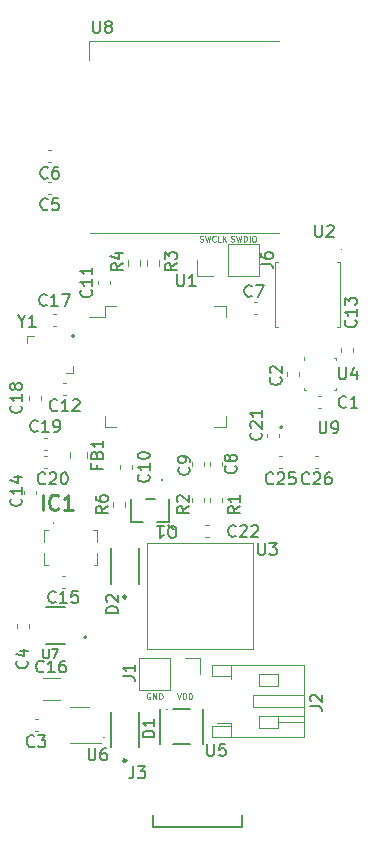
<source format=gbr>
%TF.GenerationSoftware,KiCad,Pcbnew,(6.0.8)*%
%TF.CreationDate,2023-05-05T23:38:08+01:00*%
%TF.ProjectId,circuit board design v1.0,63697263-7569-4742-9062-6f6172642064,rev?*%
%TF.SameCoordinates,Original*%
%TF.FileFunction,Legend,Top*%
%TF.FilePolarity,Positive*%
%FSLAX46Y46*%
G04 Gerber Fmt 4.6, Leading zero omitted, Abs format (unit mm)*
G04 Created by KiCad (PCBNEW (6.0.8)) date 2023-05-05 23:38:08*
%MOMM*%
%LPD*%
G01*
G04 APERTURE LIST*
%ADD10C,0.150000*%
%ADD11C,0.100000*%
%ADD12C,0.254000*%
%ADD13C,0.120000*%
%ADD14C,0.127000*%
%ADD15C,0.250000*%
%ADD16C,0.200000*%
%ADD17C,0.152400*%
%ADD18C,0.300000*%
G04 APERTURE END LIST*
D10*
%TO.C,J6*%
X41489380Y-45545333D02*
X42203666Y-45545333D01*
X42346523Y-45592952D01*
X42441761Y-45688190D01*
X42489380Y-45831047D01*
X42489380Y-45926285D01*
X41489380Y-44640571D02*
X41489380Y-44831047D01*
X41537000Y-44926285D01*
X41584619Y-44973904D01*
X41727476Y-45069142D01*
X41917952Y-45116761D01*
X42298904Y-45116761D01*
X42394142Y-45069142D01*
X42441761Y-45021523D01*
X42489380Y-44926285D01*
X42489380Y-44735809D01*
X42441761Y-44640571D01*
X42394142Y-44592952D01*
X42298904Y-44545333D01*
X42060809Y-44545333D01*
X41965571Y-44592952D01*
X41917952Y-44640571D01*
X41870333Y-44735809D01*
X41870333Y-44926285D01*
X41917952Y-45021523D01*
X41965571Y-45069142D01*
X42060809Y-45116761D01*
D11*
X38970476Y-43636380D02*
X39041904Y-43660190D01*
X39160952Y-43660190D01*
X39208571Y-43636380D01*
X39232380Y-43612571D01*
X39256190Y-43564952D01*
X39256190Y-43517333D01*
X39232380Y-43469714D01*
X39208571Y-43445904D01*
X39160952Y-43422095D01*
X39065714Y-43398285D01*
X39018095Y-43374476D01*
X38994285Y-43350666D01*
X38970476Y-43303047D01*
X38970476Y-43255428D01*
X38994285Y-43207809D01*
X39018095Y-43184000D01*
X39065714Y-43160190D01*
X39184761Y-43160190D01*
X39256190Y-43184000D01*
X39422857Y-43160190D02*
X39541904Y-43660190D01*
X39637142Y-43303047D01*
X39732380Y-43660190D01*
X39851428Y-43160190D01*
X40041904Y-43660190D02*
X40041904Y-43160190D01*
X40160952Y-43160190D01*
X40232380Y-43184000D01*
X40280000Y-43231619D01*
X40303809Y-43279238D01*
X40327619Y-43374476D01*
X40327619Y-43445904D01*
X40303809Y-43541142D01*
X40280000Y-43588761D01*
X40232380Y-43636380D01*
X40160952Y-43660190D01*
X40041904Y-43660190D01*
X40541904Y-43660190D02*
X40541904Y-43160190D01*
X40875238Y-43160190D02*
X40970476Y-43160190D01*
X41018095Y-43184000D01*
X41065714Y-43231619D01*
X41089523Y-43326857D01*
X41089523Y-43493523D01*
X41065714Y-43588761D01*
X41018095Y-43636380D01*
X40970476Y-43660190D01*
X40875238Y-43660190D01*
X40827619Y-43636380D01*
X40780000Y-43588761D01*
X40756190Y-43493523D01*
X40756190Y-43326857D01*
X40780000Y-43231619D01*
X40827619Y-43184000D01*
X40875238Y-43160190D01*
X36329047Y-43636380D02*
X36400476Y-43660190D01*
X36519523Y-43660190D01*
X36567142Y-43636380D01*
X36590952Y-43612571D01*
X36614761Y-43564952D01*
X36614761Y-43517333D01*
X36590952Y-43469714D01*
X36567142Y-43445904D01*
X36519523Y-43422095D01*
X36424285Y-43398285D01*
X36376666Y-43374476D01*
X36352857Y-43350666D01*
X36329047Y-43303047D01*
X36329047Y-43255428D01*
X36352857Y-43207809D01*
X36376666Y-43184000D01*
X36424285Y-43160190D01*
X36543333Y-43160190D01*
X36614761Y-43184000D01*
X36781428Y-43160190D02*
X36900476Y-43660190D01*
X36995714Y-43303047D01*
X37090952Y-43660190D01*
X37210000Y-43160190D01*
X37686190Y-43612571D02*
X37662380Y-43636380D01*
X37590952Y-43660190D01*
X37543333Y-43660190D01*
X37471904Y-43636380D01*
X37424285Y-43588761D01*
X37400476Y-43541142D01*
X37376666Y-43445904D01*
X37376666Y-43374476D01*
X37400476Y-43279238D01*
X37424285Y-43231619D01*
X37471904Y-43184000D01*
X37543333Y-43160190D01*
X37590952Y-43160190D01*
X37662380Y-43184000D01*
X37686190Y-43207809D01*
X38138571Y-43660190D02*
X37900476Y-43660190D01*
X37900476Y-43160190D01*
X38305238Y-43660190D02*
X38305238Y-43160190D01*
X38590952Y-43660190D02*
X38376666Y-43374476D01*
X38590952Y-43160190D02*
X38305238Y-43445904D01*
D10*
%TO.C,J1*%
X29805380Y-80470333D02*
X30519666Y-80470333D01*
X30662523Y-80517952D01*
X30757761Y-80613190D01*
X30805380Y-80756047D01*
X30805380Y-80851285D01*
X30805380Y-79470333D02*
X30805380Y-80041761D01*
X30805380Y-79756047D02*
X29805380Y-79756047D01*
X29948238Y-79851285D01*
X30043476Y-79946523D01*
X30091095Y-80041761D01*
D11*
X34385333Y-81895190D02*
X34552000Y-82395190D01*
X34718666Y-81895190D01*
X34885333Y-82395190D02*
X34885333Y-81895190D01*
X35004380Y-81895190D01*
X35075809Y-81919000D01*
X35123428Y-81966619D01*
X35147238Y-82014238D01*
X35171047Y-82109476D01*
X35171047Y-82180904D01*
X35147238Y-82276142D01*
X35123428Y-82323761D01*
X35075809Y-82371380D01*
X35004380Y-82395190D01*
X34885333Y-82395190D01*
X35385333Y-82395190D02*
X35385333Y-81895190D01*
X35504380Y-81895190D01*
X35575809Y-81919000D01*
X35623428Y-81966619D01*
X35647238Y-82014238D01*
X35671047Y-82109476D01*
X35671047Y-82180904D01*
X35647238Y-82276142D01*
X35623428Y-82323761D01*
X35575809Y-82371380D01*
X35504380Y-82395190D01*
X35385333Y-82395190D01*
X32131047Y-81919000D02*
X32083428Y-81895190D01*
X32012000Y-81895190D01*
X31940571Y-81919000D01*
X31892952Y-81966619D01*
X31869142Y-82014238D01*
X31845333Y-82109476D01*
X31845333Y-82180904D01*
X31869142Y-82276142D01*
X31892952Y-82323761D01*
X31940571Y-82371380D01*
X32012000Y-82395190D01*
X32059619Y-82395190D01*
X32131047Y-82371380D01*
X32154857Y-82347571D01*
X32154857Y-82180904D01*
X32059619Y-82180904D01*
X32369142Y-82395190D02*
X32369142Y-81895190D01*
X32654857Y-82395190D01*
X32654857Y-81895190D01*
X32892952Y-82395190D02*
X32892952Y-81895190D01*
X33012000Y-81895190D01*
X33083428Y-81919000D01*
X33131047Y-81966619D01*
X33154857Y-82014238D01*
X33178666Y-82109476D01*
X33178666Y-82180904D01*
X33154857Y-82276142D01*
X33131047Y-82323761D01*
X33083428Y-82371380D01*
X33012000Y-82395190D01*
X32892952Y-82395190D01*
D10*
%TO.C,J3*%
X30706666Y-88094487D02*
X30706666Y-88808773D01*
X30659047Y-88951630D01*
X30563809Y-89046868D01*
X30420952Y-89094487D01*
X30325714Y-89094487D01*
X31087619Y-88094487D02*
X31706666Y-88094487D01*
X31373333Y-88475440D01*
X31516190Y-88475440D01*
X31611428Y-88523059D01*
X31659047Y-88570678D01*
X31706666Y-88665916D01*
X31706666Y-88904011D01*
X31659047Y-88999249D01*
X31611428Y-89046868D01*
X31516190Y-89094487D01*
X31230476Y-89094487D01*
X31135238Y-89046868D01*
X31087619Y-88999249D01*
%TO.C,U2*%
X46101095Y-42251380D02*
X46101095Y-43060904D01*
X46148714Y-43156142D01*
X46196333Y-43203761D01*
X46291571Y-43251380D01*
X46482047Y-43251380D01*
X46577285Y-43203761D01*
X46624904Y-43156142D01*
X46672523Y-43060904D01*
X46672523Y-42251380D01*
X47101095Y-42346619D02*
X47148714Y-42299000D01*
X47243952Y-42251380D01*
X47482047Y-42251380D01*
X47577285Y-42299000D01*
X47624904Y-42346619D01*
X47672523Y-42441857D01*
X47672523Y-42537095D01*
X47624904Y-42679952D01*
X47053476Y-43251380D01*
X47672523Y-43251380D01*
%TO.C,D2*%
X29408380Y-75090785D02*
X28408380Y-75090785D01*
X28408380Y-74852690D01*
X28456000Y-74709833D01*
X28551238Y-74614595D01*
X28646476Y-74566976D01*
X28836952Y-74519357D01*
X28979809Y-74519357D01*
X29170285Y-74566976D01*
X29265523Y-74614595D01*
X29360761Y-74709833D01*
X29408380Y-74852690D01*
X29408380Y-75090785D01*
X28503619Y-74138404D02*
X28456000Y-74090785D01*
X28408380Y-73995547D01*
X28408380Y-73757452D01*
X28456000Y-73662214D01*
X28503619Y-73614595D01*
X28598857Y-73566976D01*
X28694095Y-73566976D01*
X28836952Y-73614595D01*
X29408380Y-74186023D01*
X29408380Y-73566976D01*
%TO.C,C20*%
X23233142Y-64111142D02*
X23185523Y-64158761D01*
X23042666Y-64206380D01*
X22947428Y-64206380D01*
X22804571Y-64158761D01*
X22709333Y-64063523D01*
X22661714Y-63968285D01*
X22614095Y-63777809D01*
X22614095Y-63634952D01*
X22661714Y-63444476D01*
X22709333Y-63349238D01*
X22804571Y-63254000D01*
X22947428Y-63206380D01*
X23042666Y-63206380D01*
X23185523Y-63254000D01*
X23233142Y-63301619D01*
X23614095Y-63301619D02*
X23661714Y-63254000D01*
X23756952Y-63206380D01*
X23995047Y-63206380D01*
X24090285Y-63254000D01*
X24137904Y-63301619D01*
X24185523Y-63396857D01*
X24185523Y-63492095D01*
X24137904Y-63634952D01*
X23566476Y-64206380D01*
X24185523Y-64206380D01*
X24804571Y-63206380D02*
X24899809Y-63206380D01*
X24995047Y-63254000D01*
X25042666Y-63301619D01*
X25090285Y-63396857D01*
X25137904Y-63587333D01*
X25137904Y-63825428D01*
X25090285Y-64015904D01*
X25042666Y-64111142D01*
X24995047Y-64158761D01*
X24899809Y-64206380D01*
X24804571Y-64206380D01*
X24709333Y-64158761D01*
X24661714Y-64111142D01*
X24614095Y-64015904D01*
X24566476Y-63825428D01*
X24566476Y-63587333D01*
X24614095Y-63396857D01*
X24661714Y-63301619D01*
X24709333Y-63254000D01*
X24804571Y-63206380D01*
%TO.C,C13*%
X49506142Y-50299857D02*
X49553761Y-50347476D01*
X49601380Y-50490333D01*
X49601380Y-50585571D01*
X49553761Y-50728428D01*
X49458523Y-50823666D01*
X49363285Y-50871285D01*
X49172809Y-50918904D01*
X49029952Y-50918904D01*
X48839476Y-50871285D01*
X48744238Y-50823666D01*
X48649000Y-50728428D01*
X48601380Y-50585571D01*
X48601380Y-50490333D01*
X48649000Y-50347476D01*
X48696619Y-50299857D01*
X49601380Y-49347476D02*
X49601380Y-49918904D01*
X49601380Y-49633190D02*
X48601380Y-49633190D01*
X48744238Y-49728428D01*
X48839476Y-49823666D01*
X48887095Y-49918904D01*
X48601380Y-49014142D02*
X48601380Y-48395095D01*
X48982333Y-48728428D01*
X48982333Y-48585571D01*
X49029952Y-48490333D01*
X49077571Y-48442714D01*
X49172809Y-48395095D01*
X49410904Y-48395095D01*
X49506142Y-48442714D01*
X49553761Y-48490333D01*
X49601380Y-48585571D01*
X49601380Y-48871285D01*
X49553761Y-48966523D01*
X49506142Y-49014142D01*
%TO.C,C17*%
X23360142Y-48998142D02*
X23312523Y-49045761D01*
X23169666Y-49093380D01*
X23074428Y-49093380D01*
X22931571Y-49045761D01*
X22836333Y-48950523D01*
X22788714Y-48855285D01*
X22741095Y-48664809D01*
X22741095Y-48521952D01*
X22788714Y-48331476D01*
X22836333Y-48236238D01*
X22931571Y-48141000D01*
X23074428Y-48093380D01*
X23169666Y-48093380D01*
X23312523Y-48141000D01*
X23360142Y-48188619D01*
X24312523Y-49093380D02*
X23741095Y-49093380D01*
X24026809Y-49093380D02*
X24026809Y-48093380D01*
X23931571Y-48236238D01*
X23836333Y-48331476D01*
X23741095Y-48379095D01*
X24645857Y-48093380D02*
X25312523Y-48093380D01*
X24883952Y-49093380D01*
%TO.C,C12*%
X24249142Y-57921142D02*
X24201523Y-57968761D01*
X24058666Y-58016380D01*
X23963428Y-58016380D01*
X23820571Y-57968761D01*
X23725333Y-57873523D01*
X23677714Y-57778285D01*
X23630095Y-57587809D01*
X23630095Y-57444952D01*
X23677714Y-57254476D01*
X23725333Y-57159238D01*
X23820571Y-57064000D01*
X23963428Y-57016380D01*
X24058666Y-57016380D01*
X24201523Y-57064000D01*
X24249142Y-57111619D01*
X25201523Y-58016380D02*
X24630095Y-58016380D01*
X24915809Y-58016380D02*
X24915809Y-57016380D01*
X24820571Y-57159238D01*
X24725333Y-57254476D01*
X24630095Y-57302095D01*
X25582476Y-57111619D02*
X25630095Y-57064000D01*
X25725333Y-57016380D01*
X25963428Y-57016380D01*
X26058666Y-57064000D01*
X26106285Y-57111619D01*
X26153904Y-57206857D01*
X26153904Y-57302095D01*
X26106285Y-57444952D01*
X25534857Y-58016380D01*
X26153904Y-58016380D01*
%TO.C,R4*%
X29789380Y-45505666D02*
X29313190Y-45839000D01*
X29789380Y-46077095D02*
X28789380Y-46077095D01*
X28789380Y-45696142D01*
X28837000Y-45600904D01*
X28884619Y-45553285D01*
X28979857Y-45505666D01*
X29122714Y-45505666D01*
X29217952Y-45553285D01*
X29265571Y-45600904D01*
X29313190Y-45696142D01*
X29313190Y-46077095D01*
X29122714Y-44648523D02*
X29789380Y-44648523D01*
X28741761Y-44886619D02*
X29456047Y-45124714D01*
X29456047Y-44505666D01*
%TO.C,J2*%
X45680380Y-83010333D02*
X46394666Y-83010333D01*
X46537523Y-83057952D01*
X46632761Y-83153190D01*
X46680380Y-83296047D01*
X46680380Y-83391285D01*
X45775619Y-82581761D02*
X45728000Y-82534142D01*
X45680380Y-82438904D01*
X45680380Y-82200809D01*
X45728000Y-82105571D01*
X45775619Y-82057952D01*
X45870857Y-82010333D01*
X45966095Y-82010333D01*
X46108952Y-82057952D01*
X46680380Y-82629380D01*
X46680380Y-82010333D01*
%TO.C,FB1*%
X27613571Y-62555333D02*
X27613571Y-62888666D01*
X28137380Y-62888666D02*
X27137380Y-62888666D01*
X27137380Y-62412476D01*
X27613571Y-61698190D02*
X27661190Y-61555333D01*
X27708809Y-61507714D01*
X27804047Y-61460095D01*
X27946904Y-61460095D01*
X28042142Y-61507714D01*
X28089761Y-61555333D01*
X28137380Y-61650571D01*
X28137380Y-62031523D01*
X27137380Y-62031523D01*
X27137380Y-61698190D01*
X27185000Y-61602952D01*
X27232619Y-61555333D01*
X27327857Y-61507714D01*
X27423095Y-61507714D01*
X27518333Y-61555333D01*
X27565952Y-61602952D01*
X27613571Y-61698190D01*
X27613571Y-62031523D01*
X28137380Y-60507714D02*
X28137380Y-61079142D01*
X28137380Y-60793428D02*
X27137380Y-60793428D01*
X27280238Y-60888666D01*
X27375476Y-60983904D01*
X27423095Y-61079142D01*
%TO.C,U8*%
X27305095Y-24979380D02*
X27305095Y-25788904D01*
X27352714Y-25884142D01*
X27400333Y-25931761D01*
X27495571Y-25979380D01*
X27686047Y-25979380D01*
X27781285Y-25931761D01*
X27828904Y-25884142D01*
X27876523Y-25788904D01*
X27876523Y-24979380D01*
X28495571Y-25407952D02*
X28400333Y-25360333D01*
X28352714Y-25312714D01*
X28305095Y-25217476D01*
X28305095Y-25169857D01*
X28352714Y-25074619D01*
X28400333Y-25027000D01*
X28495571Y-24979380D01*
X28686047Y-24979380D01*
X28781285Y-25027000D01*
X28828904Y-25074619D01*
X28876523Y-25169857D01*
X28876523Y-25217476D01*
X28828904Y-25312714D01*
X28781285Y-25360333D01*
X28686047Y-25407952D01*
X28495571Y-25407952D01*
X28400333Y-25455571D01*
X28352714Y-25503190D01*
X28305095Y-25598428D01*
X28305095Y-25788904D01*
X28352714Y-25884142D01*
X28400333Y-25931761D01*
X28495571Y-25979380D01*
X28686047Y-25979380D01*
X28781285Y-25931761D01*
X28828904Y-25884142D01*
X28876523Y-25788904D01*
X28876523Y-25598428D01*
X28828904Y-25503190D01*
X28781285Y-25455571D01*
X28686047Y-25407952D01*
%TO.C,R3*%
X34361380Y-45505666D02*
X33885190Y-45839000D01*
X34361380Y-46077095D02*
X33361380Y-46077095D01*
X33361380Y-45696142D01*
X33409000Y-45600904D01*
X33456619Y-45553285D01*
X33551857Y-45505666D01*
X33694714Y-45505666D01*
X33789952Y-45553285D01*
X33837571Y-45600904D01*
X33885190Y-45696142D01*
X33885190Y-46077095D01*
X33361380Y-45172333D02*
X33361380Y-44553285D01*
X33742333Y-44886619D01*
X33742333Y-44743761D01*
X33789952Y-44648523D01*
X33837571Y-44600904D01*
X33932809Y-44553285D01*
X34170904Y-44553285D01*
X34266142Y-44600904D01*
X34313761Y-44648523D01*
X34361380Y-44743761D01*
X34361380Y-45029476D01*
X34313761Y-45124714D01*
X34266142Y-45172333D01*
%TO.C,C6*%
X23455333Y-38236142D02*
X23407714Y-38283761D01*
X23264857Y-38331380D01*
X23169619Y-38331380D01*
X23026761Y-38283761D01*
X22931523Y-38188523D01*
X22883904Y-38093285D01*
X22836285Y-37902809D01*
X22836285Y-37759952D01*
X22883904Y-37569476D01*
X22931523Y-37474238D01*
X23026761Y-37379000D01*
X23169619Y-37331380D01*
X23264857Y-37331380D01*
X23407714Y-37379000D01*
X23455333Y-37426619D01*
X24312476Y-37331380D02*
X24122000Y-37331380D01*
X24026761Y-37379000D01*
X23979142Y-37426619D01*
X23883904Y-37569476D01*
X23836285Y-37759952D01*
X23836285Y-38140904D01*
X23883904Y-38236142D01*
X23931523Y-38283761D01*
X24026761Y-38331380D01*
X24217238Y-38331380D01*
X24312476Y-38283761D01*
X24360095Y-38236142D01*
X24407714Y-38140904D01*
X24407714Y-37902809D01*
X24360095Y-37807571D01*
X24312476Y-37759952D01*
X24217238Y-37712333D01*
X24026761Y-37712333D01*
X23931523Y-37759952D01*
X23883904Y-37807571D01*
X23836285Y-37902809D01*
%TO.C,C10*%
X31980142Y-63380857D02*
X32027761Y-63428476D01*
X32075380Y-63571333D01*
X32075380Y-63666571D01*
X32027761Y-63809428D01*
X31932523Y-63904666D01*
X31837285Y-63952285D01*
X31646809Y-63999904D01*
X31503952Y-63999904D01*
X31313476Y-63952285D01*
X31218238Y-63904666D01*
X31123000Y-63809428D01*
X31075380Y-63666571D01*
X31075380Y-63571333D01*
X31123000Y-63428476D01*
X31170619Y-63380857D01*
X32075380Y-62428476D02*
X32075380Y-62999904D01*
X32075380Y-62714190D02*
X31075380Y-62714190D01*
X31218238Y-62809428D01*
X31313476Y-62904666D01*
X31361095Y-62999904D01*
X31075380Y-61809428D02*
X31075380Y-61714190D01*
X31123000Y-61618952D01*
X31170619Y-61571333D01*
X31265857Y-61523714D01*
X31456333Y-61476095D01*
X31694428Y-61476095D01*
X31884904Y-61523714D01*
X31980142Y-61571333D01*
X32027761Y-61618952D01*
X32075380Y-61714190D01*
X32075380Y-61809428D01*
X32027761Y-61904666D01*
X31980142Y-61952285D01*
X31884904Y-61999904D01*
X31694428Y-62047523D01*
X31456333Y-62047523D01*
X31265857Y-61999904D01*
X31170619Y-61952285D01*
X31123000Y-61904666D01*
X31075380Y-61809428D01*
%TO.C,R1*%
X39695380Y-66079666D02*
X39219190Y-66413000D01*
X39695380Y-66651095D02*
X38695380Y-66651095D01*
X38695380Y-66270142D01*
X38743000Y-66174904D01*
X38790619Y-66127285D01*
X38885857Y-66079666D01*
X39028714Y-66079666D01*
X39123952Y-66127285D01*
X39171571Y-66174904D01*
X39219190Y-66270142D01*
X39219190Y-66651095D01*
X39695380Y-65127285D02*
X39695380Y-65698714D01*
X39695380Y-65413000D02*
X38695380Y-65413000D01*
X38838238Y-65508238D01*
X38933476Y-65603476D01*
X38981095Y-65698714D01*
%TO.C,C26*%
X45585142Y-64111142D02*
X45537523Y-64158761D01*
X45394666Y-64206380D01*
X45299428Y-64206380D01*
X45156571Y-64158761D01*
X45061333Y-64063523D01*
X45013714Y-63968285D01*
X44966095Y-63777809D01*
X44966095Y-63634952D01*
X45013714Y-63444476D01*
X45061333Y-63349238D01*
X45156571Y-63254000D01*
X45299428Y-63206380D01*
X45394666Y-63206380D01*
X45537523Y-63254000D01*
X45585142Y-63301619D01*
X45966095Y-63301619D02*
X46013714Y-63254000D01*
X46108952Y-63206380D01*
X46347047Y-63206380D01*
X46442285Y-63254000D01*
X46489904Y-63301619D01*
X46537523Y-63396857D01*
X46537523Y-63492095D01*
X46489904Y-63634952D01*
X45918476Y-64206380D01*
X46537523Y-64206380D01*
X47394666Y-63206380D02*
X47204190Y-63206380D01*
X47108952Y-63254000D01*
X47061333Y-63301619D01*
X46966095Y-63444476D01*
X46918476Y-63634952D01*
X46918476Y-64015904D01*
X46966095Y-64111142D01*
X47013714Y-64158761D01*
X47108952Y-64206380D01*
X47299428Y-64206380D01*
X47394666Y-64158761D01*
X47442285Y-64111142D01*
X47489904Y-64015904D01*
X47489904Y-63777809D01*
X47442285Y-63682571D01*
X47394666Y-63634952D01*
X47299428Y-63587333D01*
X47108952Y-63587333D01*
X47013714Y-63634952D01*
X46966095Y-63682571D01*
X46918476Y-63777809D01*
%TO.C,C14*%
X21185142Y-65412857D02*
X21232761Y-65460476D01*
X21280380Y-65603333D01*
X21280380Y-65698571D01*
X21232761Y-65841428D01*
X21137523Y-65936666D01*
X21042285Y-65984285D01*
X20851809Y-66031904D01*
X20708952Y-66031904D01*
X20518476Y-65984285D01*
X20423238Y-65936666D01*
X20328000Y-65841428D01*
X20280380Y-65698571D01*
X20280380Y-65603333D01*
X20328000Y-65460476D01*
X20375619Y-65412857D01*
X21280380Y-64460476D02*
X21280380Y-65031904D01*
X21280380Y-64746190D02*
X20280380Y-64746190D01*
X20423238Y-64841428D01*
X20518476Y-64936666D01*
X20566095Y-65031904D01*
X20613714Y-63603333D02*
X21280380Y-63603333D01*
X20232761Y-63841428D02*
X20947047Y-64079523D01*
X20947047Y-63460476D01*
%TO.C,C21*%
X41485142Y-59824857D02*
X41532761Y-59872476D01*
X41580380Y-60015333D01*
X41580380Y-60110571D01*
X41532761Y-60253428D01*
X41437523Y-60348666D01*
X41342285Y-60396285D01*
X41151809Y-60443904D01*
X41008952Y-60443904D01*
X40818476Y-60396285D01*
X40723238Y-60348666D01*
X40628000Y-60253428D01*
X40580380Y-60110571D01*
X40580380Y-60015333D01*
X40628000Y-59872476D01*
X40675619Y-59824857D01*
X40675619Y-59443904D02*
X40628000Y-59396285D01*
X40580380Y-59301047D01*
X40580380Y-59062952D01*
X40628000Y-58967714D01*
X40675619Y-58920095D01*
X40770857Y-58872476D01*
X40866095Y-58872476D01*
X41008952Y-58920095D01*
X41580380Y-59491523D01*
X41580380Y-58872476D01*
X41580380Y-57920095D02*
X41580380Y-58491523D01*
X41580380Y-58205809D02*
X40580380Y-58205809D01*
X40723238Y-58301047D01*
X40818476Y-58396285D01*
X40866095Y-58491523D01*
D12*
%TO.C,IC1*%
X23017238Y-66360523D02*
X23017238Y-65090523D01*
X24347714Y-66239571D02*
X24287238Y-66300047D01*
X24105809Y-66360523D01*
X23984857Y-66360523D01*
X23803428Y-66300047D01*
X23682476Y-66179095D01*
X23622000Y-66058142D01*
X23561523Y-65816238D01*
X23561523Y-65634809D01*
X23622000Y-65392904D01*
X23682476Y-65271952D01*
X23803428Y-65151000D01*
X23984857Y-65090523D01*
X24105809Y-65090523D01*
X24287238Y-65151000D01*
X24347714Y-65211476D01*
X25557238Y-66360523D02*
X24831523Y-66360523D01*
X25194380Y-66360523D02*
X25194380Y-65090523D01*
X25073428Y-65271952D01*
X24952476Y-65392904D01*
X24831523Y-65453380D01*
D10*
%TO.C,C4*%
X21693142Y-79160666D02*
X21740761Y-79208285D01*
X21788380Y-79351142D01*
X21788380Y-79446380D01*
X21740761Y-79589238D01*
X21645523Y-79684476D01*
X21550285Y-79732095D01*
X21359809Y-79779714D01*
X21216952Y-79779714D01*
X21026476Y-79732095D01*
X20931238Y-79684476D01*
X20836000Y-79589238D01*
X20788380Y-79446380D01*
X20788380Y-79351142D01*
X20836000Y-79208285D01*
X20883619Y-79160666D01*
X21121714Y-78303523D02*
X21788380Y-78303523D01*
X20740761Y-78541619D02*
X21455047Y-78779714D01*
X21455047Y-78160666D01*
%TO.C,U9*%
X46482095Y-58888380D02*
X46482095Y-59697904D01*
X46529714Y-59793142D01*
X46577333Y-59840761D01*
X46672571Y-59888380D01*
X46863047Y-59888380D01*
X46958285Y-59840761D01*
X47005904Y-59793142D01*
X47053523Y-59697904D01*
X47053523Y-58888380D01*
X47577333Y-59888380D02*
X47767809Y-59888380D01*
X47863047Y-59840761D01*
X47910666Y-59793142D01*
X48005904Y-59650285D01*
X48053523Y-59459809D01*
X48053523Y-59078857D01*
X48005904Y-58983619D01*
X47958285Y-58936000D01*
X47863047Y-58888380D01*
X47672571Y-58888380D01*
X47577333Y-58936000D01*
X47529714Y-58983619D01*
X47482095Y-59078857D01*
X47482095Y-59316952D01*
X47529714Y-59412190D01*
X47577333Y-59459809D01*
X47672571Y-59507428D01*
X47863047Y-59507428D01*
X47958285Y-59459809D01*
X48005904Y-59412190D01*
X48053523Y-59316952D01*
%TO.C,C1*%
X48728333Y-57634142D02*
X48680714Y-57681761D01*
X48537857Y-57729380D01*
X48442619Y-57729380D01*
X48299761Y-57681761D01*
X48204523Y-57586523D01*
X48156904Y-57491285D01*
X48109285Y-57300809D01*
X48109285Y-57157952D01*
X48156904Y-56967476D01*
X48204523Y-56872238D01*
X48299761Y-56777000D01*
X48442619Y-56729380D01*
X48537857Y-56729380D01*
X48680714Y-56777000D01*
X48728333Y-56824619D01*
X49680714Y-57729380D02*
X49109285Y-57729380D01*
X49395000Y-57729380D02*
X49395000Y-56729380D01*
X49299761Y-56872238D01*
X49204523Y-56967476D01*
X49109285Y-57015095D01*
%TO.C,Q1*%
X33623238Y-67651380D02*
X33718476Y-67699000D01*
X33813714Y-67794238D01*
X33956571Y-67937095D01*
X34051809Y-67984714D01*
X34147047Y-67984714D01*
X34099428Y-67746619D02*
X34194666Y-67794238D01*
X34289904Y-67889476D01*
X34337523Y-68079952D01*
X34337523Y-68413285D01*
X34289904Y-68603761D01*
X34194666Y-68699000D01*
X34099428Y-68746619D01*
X33908952Y-68746619D01*
X33813714Y-68699000D01*
X33718476Y-68603761D01*
X33670857Y-68413285D01*
X33670857Y-68079952D01*
X33718476Y-67889476D01*
X33813714Y-67794238D01*
X33908952Y-67746619D01*
X34099428Y-67746619D01*
X32718476Y-67746619D02*
X33289904Y-67746619D01*
X33004190Y-67746619D02*
X33004190Y-68746619D01*
X33099428Y-68603761D01*
X33194666Y-68508523D01*
X33289904Y-68460904D01*
%TO.C,U7*%
X23085074Y-78168803D02*
X23085074Y-78806224D01*
X23122570Y-78881215D01*
X23160065Y-78918710D01*
X23235056Y-78956205D01*
X23385037Y-78956205D01*
X23460028Y-78918710D01*
X23497523Y-78881215D01*
X23535018Y-78806224D01*
X23535018Y-78168803D01*
X23834981Y-78168803D02*
X24359916Y-78168803D01*
X24022458Y-78956205D01*
%TO.C,C9*%
X35409142Y-62777666D02*
X35456761Y-62825285D01*
X35504380Y-62968142D01*
X35504380Y-63063380D01*
X35456761Y-63206238D01*
X35361523Y-63301476D01*
X35266285Y-63349095D01*
X35075809Y-63396714D01*
X34932952Y-63396714D01*
X34742476Y-63349095D01*
X34647238Y-63301476D01*
X34552000Y-63206238D01*
X34504380Y-63063380D01*
X34504380Y-62968142D01*
X34552000Y-62825285D01*
X34599619Y-62777666D01*
X35504380Y-62301476D02*
X35504380Y-62111000D01*
X35456761Y-62015761D01*
X35409142Y-61968142D01*
X35266285Y-61872904D01*
X35075809Y-61825285D01*
X34694857Y-61825285D01*
X34599619Y-61872904D01*
X34552000Y-61920523D01*
X34504380Y-62015761D01*
X34504380Y-62206238D01*
X34552000Y-62301476D01*
X34599619Y-62349095D01*
X34694857Y-62396714D01*
X34932952Y-62396714D01*
X35028190Y-62349095D01*
X35075809Y-62301476D01*
X35123428Y-62206238D01*
X35123428Y-62015761D01*
X35075809Y-61920523D01*
X35028190Y-61872904D01*
X34932952Y-61825285D01*
%TO.C,Y1*%
X21240809Y-50395190D02*
X21240809Y-50871380D01*
X20907476Y-49871380D02*
X21240809Y-50395190D01*
X21574142Y-49871380D01*
X22431285Y-50871380D02*
X21859857Y-50871380D01*
X22145571Y-50871380D02*
X22145571Y-49871380D01*
X22050333Y-50014238D01*
X21955095Y-50109476D01*
X21859857Y-50157095D01*
%TO.C,U3*%
X41275095Y-69175380D02*
X41275095Y-69984904D01*
X41322714Y-70080142D01*
X41370333Y-70127761D01*
X41465571Y-70175380D01*
X41656047Y-70175380D01*
X41751285Y-70127761D01*
X41798904Y-70080142D01*
X41846523Y-69984904D01*
X41846523Y-69175380D01*
X42227476Y-69175380D02*
X42846523Y-69175380D01*
X42513190Y-69556333D01*
X42656047Y-69556333D01*
X42751285Y-69603952D01*
X42798904Y-69651571D01*
X42846523Y-69746809D01*
X42846523Y-69984904D01*
X42798904Y-70080142D01*
X42751285Y-70127761D01*
X42656047Y-70175380D01*
X42370333Y-70175380D01*
X42275095Y-70127761D01*
X42227476Y-70080142D01*
%TO.C,C25*%
X42537142Y-64111142D02*
X42489523Y-64158761D01*
X42346666Y-64206380D01*
X42251428Y-64206380D01*
X42108571Y-64158761D01*
X42013333Y-64063523D01*
X41965714Y-63968285D01*
X41918095Y-63777809D01*
X41918095Y-63634952D01*
X41965714Y-63444476D01*
X42013333Y-63349238D01*
X42108571Y-63254000D01*
X42251428Y-63206380D01*
X42346666Y-63206380D01*
X42489523Y-63254000D01*
X42537142Y-63301619D01*
X42918095Y-63301619D02*
X42965714Y-63254000D01*
X43060952Y-63206380D01*
X43299047Y-63206380D01*
X43394285Y-63254000D01*
X43441904Y-63301619D01*
X43489523Y-63396857D01*
X43489523Y-63492095D01*
X43441904Y-63634952D01*
X42870476Y-64206380D01*
X43489523Y-64206380D01*
X44394285Y-63206380D02*
X43918095Y-63206380D01*
X43870476Y-63682571D01*
X43918095Y-63634952D01*
X44013333Y-63587333D01*
X44251428Y-63587333D01*
X44346666Y-63634952D01*
X44394285Y-63682571D01*
X44441904Y-63777809D01*
X44441904Y-64015904D01*
X44394285Y-64111142D01*
X44346666Y-64158761D01*
X44251428Y-64206380D01*
X44013333Y-64206380D01*
X43918095Y-64158761D01*
X43870476Y-64111142D01*
%TO.C,U5*%
X36957095Y-86193380D02*
X36957095Y-87002904D01*
X37004714Y-87098142D01*
X37052333Y-87145761D01*
X37147571Y-87193380D01*
X37338047Y-87193380D01*
X37433285Y-87145761D01*
X37480904Y-87098142D01*
X37528523Y-87002904D01*
X37528523Y-86193380D01*
X38480904Y-86193380D02*
X38004714Y-86193380D01*
X37957095Y-86669571D01*
X38004714Y-86621952D01*
X38099952Y-86574333D01*
X38338047Y-86574333D01*
X38433285Y-86621952D01*
X38480904Y-86669571D01*
X38528523Y-86764809D01*
X38528523Y-87002904D01*
X38480904Y-87098142D01*
X38433285Y-87145761D01*
X38338047Y-87193380D01*
X38099952Y-87193380D01*
X38004714Y-87145761D01*
X37957095Y-87098142D01*
%TO.C,C3*%
X22312333Y-86369142D02*
X22264714Y-86416761D01*
X22121857Y-86464380D01*
X22026619Y-86464380D01*
X21883761Y-86416761D01*
X21788523Y-86321523D01*
X21740904Y-86226285D01*
X21693285Y-86035809D01*
X21693285Y-85892952D01*
X21740904Y-85702476D01*
X21788523Y-85607238D01*
X21883761Y-85512000D01*
X22026619Y-85464380D01*
X22121857Y-85464380D01*
X22264714Y-85512000D01*
X22312333Y-85559619D01*
X22645666Y-85464380D02*
X23264714Y-85464380D01*
X22931380Y-85845333D01*
X23074238Y-85845333D01*
X23169476Y-85892952D01*
X23217095Y-85940571D01*
X23264714Y-86035809D01*
X23264714Y-86273904D01*
X23217095Y-86369142D01*
X23169476Y-86416761D01*
X23074238Y-86464380D01*
X22788523Y-86464380D01*
X22693285Y-86416761D01*
X22645666Y-86369142D01*
%TO.C,C19*%
X22598142Y-59666142D02*
X22550523Y-59713761D01*
X22407666Y-59761380D01*
X22312428Y-59761380D01*
X22169571Y-59713761D01*
X22074333Y-59618523D01*
X22026714Y-59523285D01*
X21979095Y-59332809D01*
X21979095Y-59189952D01*
X22026714Y-58999476D01*
X22074333Y-58904238D01*
X22169571Y-58809000D01*
X22312428Y-58761380D01*
X22407666Y-58761380D01*
X22550523Y-58809000D01*
X22598142Y-58856619D01*
X23550523Y-59761380D02*
X22979095Y-59761380D01*
X23264809Y-59761380D02*
X23264809Y-58761380D01*
X23169571Y-58904238D01*
X23074333Y-58999476D01*
X22979095Y-59047095D01*
X24026714Y-59761380D02*
X24217190Y-59761380D01*
X24312428Y-59713761D01*
X24360047Y-59666142D01*
X24455285Y-59523285D01*
X24502904Y-59332809D01*
X24502904Y-58951857D01*
X24455285Y-58856619D01*
X24407666Y-58809000D01*
X24312428Y-58761380D01*
X24121952Y-58761380D01*
X24026714Y-58809000D01*
X23979095Y-58856619D01*
X23931476Y-58951857D01*
X23931476Y-59189952D01*
X23979095Y-59285190D01*
X24026714Y-59332809D01*
X24121952Y-59380428D01*
X24312428Y-59380428D01*
X24407666Y-59332809D01*
X24455285Y-59285190D01*
X24502904Y-59189952D01*
%TO.C,D1*%
X32489380Y-85631785D02*
X31489380Y-85631785D01*
X31489380Y-85393690D01*
X31537000Y-85250833D01*
X31632238Y-85155595D01*
X31727476Y-85107976D01*
X31917952Y-85060357D01*
X32060809Y-85060357D01*
X32251285Y-85107976D01*
X32346523Y-85155595D01*
X32441761Y-85250833D01*
X32489380Y-85393690D01*
X32489380Y-85631785D01*
X32489380Y-84107976D02*
X32489380Y-84679404D01*
X32489380Y-84393690D02*
X31489380Y-84393690D01*
X31632238Y-84488928D01*
X31727476Y-84584166D01*
X31775095Y-84679404D01*
%TO.C,U4*%
X48133095Y-54316380D02*
X48133095Y-55125904D01*
X48180714Y-55221142D01*
X48228333Y-55268761D01*
X48323571Y-55316380D01*
X48514047Y-55316380D01*
X48609285Y-55268761D01*
X48656904Y-55221142D01*
X48704523Y-55125904D01*
X48704523Y-54316380D01*
X49609285Y-54649714D02*
X49609285Y-55316380D01*
X49371190Y-54268761D02*
X49133095Y-54983047D01*
X49752142Y-54983047D01*
%TO.C,C8*%
X39346142Y-62650666D02*
X39393761Y-62698285D01*
X39441380Y-62841142D01*
X39441380Y-62936380D01*
X39393761Y-63079238D01*
X39298523Y-63174476D01*
X39203285Y-63222095D01*
X39012809Y-63269714D01*
X38869952Y-63269714D01*
X38679476Y-63222095D01*
X38584238Y-63174476D01*
X38489000Y-63079238D01*
X38441380Y-62936380D01*
X38441380Y-62841142D01*
X38489000Y-62698285D01*
X38536619Y-62650666D01*
X38869952Y-62079238D02*
X38822333Y-62174476D01*
X38774714Y-62222095D01*
X38679476Y-62269714D01*
X38631857Y-62269714D01*
X38536619Y-62222095D01*
X38489000Y-62174476D01*
X38441380Y-62079238D01*
X38441380Y-61888761D01*
X38489000Y-61793523D01*
X38536619Y-61745904D01*
X38631857Y-61698285D01*
X38679476Y-61698285D01*
X38774714Y-61745904D01*
X38822333Y-61793523D01*
X38869952Y-61888761D01*
X38869952Y-62079238D01*
X38917571Y-62174476D01*
X38965190Y-62222095D01*
X39060428Y-62269714D01*
X39250904Y-62269714D01*
X39346142Y-62222095D01*
X39393761Y-62174476D01*
X39441380Y-62079238D01*
X39441380Y-61888761D01*
X39393761Y-61793523D01*
X39346142Y-61745904D01*
X39250904Y-61698285D01*
X39060428Y-61698285D01*
X38965190Y-61745904D01*
X38917571Y-61793523D01*
X38869952Y-61888761D01*
%TO.C,C16*%
X23106142Y-80041142D02*
X23058523Y-80088761D01*
X22915666Y-80136380D01*
X22820428Y-80136380D01*
X22677571Y-80088761D01*
X22582333Y-79993523D01*
X22534714Y-79898285D01*
X22487095Y-79707809D01*
X22487095Y-79564952D01*
X22534714Y-79374476D01*
X22582333Y-79279238D01*
X22677571Y-79184000D01*
X22820428Y-79136380D01*
X22915666Y-79136380D01*
X23058523Y-79184000D01*
X23106142Y-79231619D01*
X24058523Y-80136380D02*
X23487095Y-80136380D01*
X23772809Y-80136380D02*
X23772809Y-79136380D01*
X23677571Y-79279238D01*
X23582333Y-79374476D01*
X23487095Y-79422095D01*
X24915666Y-79136380D02*
X24725190Y-79136380D01*
X24629952Y-79184000D01*
X24582333Y-79231619D01*
X24487095Y-79374476D01*
X24439476Y-79564952D01*
X24439476Y-79945904D01*
X24487095Y-80041142D01*
X24534714Y-80088761D01*
X24629952Y-80136380D01*
X24820428Y-80136380D01*
X24915666Y-80088761D01*
X24963285Y-80041142D01*
X25010904Y-79945904D01*
X25010904Y-79707809D01*
X24963285Y-79612571D01*
X24915666Y-79564952D01*
X24820428Y-79517333D01*
X24629952Y-79517333D01*
X24534714Y-79564952D01*
X24487095Y-79612571D01*
X24439476Y-79707809D01*
%TO.C,C7*%
X40727333Y-48236142D02*
X40679714Y-48283761D01*
X40536857Y-48331380D01*
X40441619Y-48331380D01*
X40298761Y-48283761D01*
X40203523Y-48188523D01*
X40155904Y-48093285D01*
X40108285Y-47902809D01*
X40108285Y-47759952D01*
X40155904Y-47569476D01*
X40203523Y-47474238D01*
X40298761Y-47379000D01*
X40441619Y-47331380D01*
X40536857Y-47331380D01*
X40679714Y-47379000D01*
X40727333Y-47426619D01*
X41060666Y-47331380D02*
X41727333Y-47331380D01*
X41298761Y-48331380D01*
%TO.C,C15*%
X24122142Y-74144142D02*
X24074523Y-74191761D01*
X23931666Y-74239380D01*
X23836428Y-74239380D01*
X23693571Y-74191761D01*
X23598333Y-74096523D01*
X23550714Y-74001285D01*
X23503095Y-73810809D01*
X23503095Y-73667952D01*
X23550714Y-73477476D01*
X23598333Y-73382238D01*
X23693571Y-73287000D01*
X23836428Y-73239380D01*
X23931666Y-73239380D01*
X24074523Y-73287000D01*
X24122142Y-73334619D01*
X25074523Y-74239380D02*
X24503095Y-74239380D01*
X24788809Y-74239380D02*
X24788809Y-73239380D01*
X24693571Y-73382238D01*
X24598333Y-73477476D01*
X24503095Y-73525095D01*
X25979285Y-73239380D02*
X25503095Y-73239380D01*
X25455476Y-73715571D01*
X25503095Y-73667952D01*
X25598333Y-73620333D01*
X25836428Y-73620333D01*
X25931666Y-73667952D01*
X25979285Y-73715571D01*
X26026904Y-73810809D01*
X26026904Y-74048904D01*
X25979285Y-74144142D01*
X25931666Y-74191761D01*
X25836428Y-74239380D01*
X25598333Y-74239380D01*
X25503095Y-74191761D01*
X25455476Y-74144142D01*
%TO.C,R6*%
X28519380Y-66079666D02*
X28043190Y-66413000D01*
X28519380Y-66651095D02*
X27519380Y-66651095D01*
X27519380Y-66270142D01*
X27567000Y-66174904D01*
X27614619Y-66127285D01*
X27709857Y-66079666D01*
X27852714Y-66079666D01*
X27947952Y-66127285D01*
X27995571Y-66174904D01*
X28043190Y-66270142D01*
X28043190Y-66651095D01*
X27519380Y-65222523D02*
X27519380Y-65413000D01*
X27567000Y-65508238D01*
X27614619Y-65555857D01*
X27757476Y-65651095D01*
X27947952Y-65698714D01*
X28328904Y-65698714D01*
X28424142Y-65651095D01*
X28471761Y-65603476D01*
X28519380Y-65508238D01*
X28519380Y-65317761D01*
X28471761Y-65222523D01*
X28424142Y-65174904D01*
X28328904Y-65127285D01*
X28090809Y-65127285D01*
X27995571Y-65174904D01*
X27947952Y-65222523D01*
X27900333Y-65317761D01*
X27900333Y-65508238D01*
X27947952Y-65603476D01*
X27995571Y-65651095D01*
X28090809Y-65698714D01*
%TO.C,U6*%
X26924095Y-86574380D02*
X26924095Y-87383904D01*
X26971714Y-87479142D01*
X27019333Y-87526761D01*
X27114571Y-87574380D01*
X27305047Y-87574380D01*
X27400285Y-87526761D01*
X27447904Y-87479142D01*
X27495523Y-87383904D01*
X27495523Y-86574380D01*
X28400285Y-86574380D02*
X28209809Y-86574380D01*
X28114571Y-86622000D01*
X28066952Y-86669619D01*
X27971714Y-86812476D01*
X27924095Y-87002952D01*
X27924095Y-87383904D01*
X27971714Y-87479142D01*
X28019333Y-87526761D01*
X28114571Y-87574380D01*
X28305047Y-87574380D01*
X28400285Y-87526761D01*
X28447904Y-87479142D01*
X28495523Y-87383904D01*
X28495523Y-87145809D01*
X28447904Y-87050571D01*
X28400285Y-87002952D01*
X28305047Y-86955333D01*
X28114571Y-86955333D01*
X28019333Y-87002952D01*
X27971714Y-87050571D01*
X27924095Y-87145809D01*
%TO.C,C22*%
X39362142Y-68556142D02*
X39314523Y-68603761D01*
X39171666Y-68651380D01*
X39076428Y-68651380D01*
X38933571Y-68603761D01*
X38838333Y-68508523D01*
X38790714Y-68413285D01*
X38743095Y-68222809D01*
X38743095Y-68079952D01*
X38790714Y-67889476D01*
X38838333Y-67794238D01*
X38933571Y-67699000D01*
X39076428Y-67651380D01*
X39171666Y-67651380D01*
X39314523Y-67699000D01*
X39362142Y-67746619D01*
X39743095Y-67746619D02*
X39790714Y-67699000D01*
X39885952Y-67651380D01*
X40124047Y-67651380D01*
X40219285Y-67699000D01*
X40266904Y-67746619D01*
X40314523Y-67841857D01*
X40314523Y-67937095D01*
X40266904Y-68079952D01*
X39695476Y-68651380D01*
X40314523Y-68651380D01*
X40695476Y-67746619D02*
X40743095Y-67699000D01*
X40838333Y-67651380D01*
X41076428Y-67651380D01*
X41171666Y-67699000D01*
X41219285Y-67746619D01*
X41266904Y-67841857D01*
X41266904Y-67937095D01*
X41219285Y-68079952D01*
X40647857Y-68651380D01*
X41266904Y-68651380D01*
%TO.C,C18*%
X21185142Y-57538857D02*
X21232761Y-57586476D01*
X21280380Y-57729333D01*
X21280380Y-57824571D01*
X21232761Y-57967428D01*
X21137523Y-58062666D01*
X21042285Y-58110285D01*
X20851809Y-58157904D01*
X20708952Y-58157904D01*
X20518476Y-58110285D01*
X20423238Y-58062666D01*
X20328000Y-57967428D01*
X20280380Y-57824571D01*
X20280380Y-57729333D01*
X20328000Y-57586476D01*
X20375619Y-57538857D01*
X21280380Y-56586476D02*
X21280380Y-57157904D01*
X21280380Y-56872190D02*
X20280380Y-56872190D01*
X20423238Y-56967428D01*
X20518476Y-57062666D01*
X20566095Y-57157904D01*
X20708952Y-56015047D02*
X20661333Y-56110285D01*
X20613714Y-56157904D01*
X20518476Y-56205523D01*
X20470857Y-56205523D01*
X20375619Y-56157904D01*
X20328000Y-56110285D01*
X20280380Y-56015047D01*
X20280380Y-55824571D01*
X20328000Y-55729333D01*
X20375619Y-55681714D01*
X20470857Y-55634095D01*
X20518476Y-55634095D01*
X20613714Y-55681714D01*
X20661333Y-55729333D01*
X20708952Y-55824571D01*
X20708952Y-56015047D01*
X20756571Y-56110285D01*
X20804190Y-56157904D01*
X20899428Y-56205523D01*
X21089904Y-56205523D01*
X21185142Y-56157904D01*
X21232761Y-56110285D01*
X21280380Y-56015047D01*
X21280380Y-55824571D01*
X21232761Y-55729333D01*
X21185142Y-55681714D01*
X21089904Y-55634095D01*
X20899428Y-55634095D01*
X20804190Y-55681714D01*
X20756571Y-55729333D01*
X20708952Y-55824571D01*
%TO.C,C2*%
X43156142Y-55157666D02*
X43203761Y-55205285D01*
X43251380Y-55348142D01*
X43251380Y-55443380D01*
X43203761Y-55586238D01*
X43108523Y-55681476D01*
X43013285Y-55729095D01*
X42822809Y-55776714D01*
X42679952Y-55776714D01*
X42489476Y-55729095D01*
X42394238Y-55681476D01*
X42299000Y-55586238D01*
X42251380Y-55443380D01*
X42251380Y-55348142D01*
X42299000Y-55205285D01*
X42346619Y-55157666D01*
X42346619Y-54776714D02*
X42299000Y-54729095D01*
X42251380Y-54633857D01*
X42251380Y-54395761D01*
X42299000Y-54300523D01*
X42346619Y-54252904D01*
X42441857Y-54205285D01*
X42537095Y-54205285D01*
X42679952Y-54252904D01*
X43251380Y-54824333D01*
X43251380Y-54205285D01*
%TO.C,R2*%
X35377380Y-66079666D02*
X34901190Y-66413000D01*
X35377380Y-66651095D02*
X34377380Y-66651095D01*
X34377380Y-66270142D01*
X34425000Y-66174904D01*
X34472619Y-66127285D01*
X34567857Y-66079666D01*
X34710714Y-66079666D01*
X34805952Y-66127285D01*
X34853571Y-66174904D01*
X34901190Y-66270142D01*
X34901190Y-66651095D01*
X34472619Y-65698714D02*
X34425000Y-65651095D01*
X34377380Y-65555857D01*
X34377380Y-65317761D01*
X34425000Y-65222523D01*
X34472619Y-65174904D01*
X34567857Y-65127285D01*
X34663095Y-65127285D01*
X34805952Y-65174904D01*
X35377380Y-65746333D01*
X35377380Y-65127285D01*
%TO.C,U1*%
X34417095Y-46442380D02*
X34417095Y-47251904D01*
X34464714Y-47347142D01*
X34512333Y-47394761D01*
X34607571Y-47442380D01*
X34798047Y-47442380D01*
X34893285Y-47394761D01*
X34940904Y-47347142D01*
X34988523Y-47251904D01*
X34988523Y-46442380D01*
X35988523Y-47442380D02*
X35417095Y-47442380D01*
X35702809Y-47442380D02*
X35702809Y-46442380D01*
X35607571Y-46585238D01*
X35512333Y-46680476D01*
X35417095Y-46728095D01*
%TO.C,C11*%
X27121142Y-47759857D02*
X27168761Y-47807476D01*
X27216380Y-47950333D01*
X27216380Y-48045571D01*
X27168761Y-48188428D01*
X27073523Y-48283666D01*
X26978285Y-48331285D01*
X26787809Y-48378904D01*
X26644952Y-48378904D01*
X26454476Y-48331285D01*
X26359238Y-48283666D01*
X26264000Y-48188428D01*
X26216380Y-48045571D01*
X26216380Y-47950333D01*
X26264000Y-47807476D01*
X26311619Y-47759857D01*
X27216380Y-46807476D02*
X27216380Y-47378904D01*
X27216380Y-47093190D02*
X26216380Y-47093190D01*
X26359238Y-47188428D01*
X26454476Y-47283666D01*
X26502095Y-47378904D01*
X27216380Y-45855095D02*
X27216380Y-46426523D01*
X27216380Y-46140809D02*
X26216380Y-46140809D01*
X26359238Y-46236047D01*
X26454476Y-46331285D01*
X26502095Y-46426523D01*
%TO.C,C5*%
X23455333Y-40903142D02*
X23407714Y-40950761D01*
X23264857Y-40998380D01*
X23169619Y-40998380D01*
X23026761Y-40950761D01*
X22931523Y-40855523D01*
X22883904Y-40760285D01*
X22836285Y-40569809D01*
X22836285Y-40426952D01*
X22883904Y-40236476D01*
X22931523Y-40141238D01*
X23026761Y-40046000D01*
X23169619Y-39998380D01*
X23264857Y-39998380D01*
X23407714Y-40046000D01*
X23455333Y-40093619D01*
X24360095Y-39998380D02*
X23883904Y-39998380D01*
X23836285Y-40474571D01*
X23883904Y-40426952D01*
X23979142Y-40379333D01*
X24217238Y-40379333D01*
X24312476Y-40426952D01*
X24360095Y-40474571D01*
X24407714Y-40569809D01*
X24407714Y-40807904D01*
X24360095Y-40903142D01*
X24312476Y-40950761D01*
X24217238Y-40998380D01*
X23979142Y-40998380D01*
X23883904Y-40950761D01*
X23836285Y-40903142D01*
D13*
%TO.C,J6*%
X41330000Y-46542000D02*
X41330000Y-43882000D01*
X38730000Y-46542000D02*
X41330000Y-46542000D01*
X37460000Y-46542000D02*
X36130000Y-46542000D01*
X38730000Y-46542000D02*
X38730000Y-43882000D01*
X36130000Y-46542000D02*
X36130000Y-45212000D01*
X38730000Y-43882000D02*
X41330000Y-43882000D01*
%TO.C,J1*%
X33787000Y-78934000D02*
X31187000Y-78934000D01*
X33787000Y-81594000D02*
X31187000Y-81594000D01*
X33787000Y-78934000D02*
X33787000Y-81594000D01*
X31187000Y-78934000D02*
X31187000Y-81594000D01*
X35057000Y-78934000D02*
X36387000Y-78934000D01*
X36387000Y-78934000D02*
X36387000Y-80264000D01*
D14*
%TO.C,J3*%
X32370000Y-92228000D02*
X32370000Y-93228000D01*
X32370000Y-93228000D02*
X39870000Y-93228000D01*
X39870000Y-92228000D02*
X39870000Y-93228000D01*
D13*
%TO.C,U2*%
X48234600Y-50901600D02*
X48234600Y-45364400D01*
X42697400Y-45364400D02*
X42697400Y-50901600D01*
X47947686Y-50901600D02*
X48234600Y-50901600D01*
X42984314Y-45364400D02*
X42697400Y-45364400D01*
X48234600Y-45364400D02*
X47947686Y-45364400D01*
X42697400Y-50901600D02*
X42984314Y-50901600D01*
X48327745Y-44345540D02*
G75*
G03*
X48327745Y-44345540I-53624J0D01*
G01*
D10*
%TO.C,D2*%
X28797000Y-69620000D02*
X28797000Y-72620000D01*
X31147000Y-72620000D02*
X31147000Y-69620000D01*
D15*
X30097000Y-73745000D02*
G75*
G03*
X30097000Y-73745000I-125000J0D01*
G01*
D13*
%TO.C,C20*%
X23381580Y-61847000D02*
X23100420Y-61847000D01*
X23381580Y-62867000D02*
X23100420Y-62867000D01*
%TO.C,C13*%
X49278000Y-52691420D02*
X49278000Y-52972580D01*
X48258000Y-52691420D02*
X48258000Y-52972580D01*
%TO.C,C17*%
X24143580Y-49782000D02*
X23862420Y-49782000D01*
X24143580Y-50802000D02*
X23862420Y-50802000D01*
%TO.C,C12*%
X25032580Y-56644000D02*
X24751420Y-56644000D01*
X25032580Y-55624000D02*
X24751420Y-55624000D01*
%TO.C,R4*%
X31256500Y-45703258D02*
X31256500Y-45228742D01*
X30211500Y-45703258D02*
X30211500Y-45228742D01*
%TO.C,J2*%
X37365000Y-84706000D02*
X37365000Y-85626000D01*
X38965000Y-85626000D02*
X38965000Y-84706000D01*
X41325000Y-83866000D02*
X41325000Y-84866000D01*
X42925000Y-80266000D02*
X42925000Y-81266000D01*
X42925000Y-84366000D02*
X45185000Y-84366000D01*
X38965000Y-84426000D02*
X37750000Y-84426000D01*
X40825000Y-83066000D02*
X40825000Y-82066000D01*
X37365000Y-79506000D02*
X37365000Y-80426000D01*
X42925000Y-83866000D02*
X45185000Y-83866000D01*
X38965000Y-80426000D02*
X38965000Y-80706000D01*
X45185000Y-85626000D02*
X45185000Y-79506000D01*
X41325000Y-80266000D02*
X42925000Y-80266000D01*
X45185000Y-83066000D02*
X40825000Y-83066000D01*
X37365000Y-85626000D02*
X45185000Y-85626000D01*
X45185000Y-79506000D02*
X37365000Y-79506000D01*
X38965000Y-79506000D02*
X38965000Y-80426000D01*
X38965000Y-84706000D02*
X37365000Y-84706000D01*
X42925000Y-81266000D02*
X41325000Y-81266000D01*
X42925000Y-84866000D02*
X42925000Y-83866000D01*
X38965000Y-84426000D02*
X38965000Y-84706000D01*
X41325000Y-81266000D02*
X41325000Y-80266000D01*
X40825000Y-82066000D02*
X45185000Y-82066000D01*
X41325000Y-84866000D02*
X42925000Y-84866000D01*
X42925000Y-83866000D02*
X41325000Y-83866000D01*
X37365000Y-80426000D02*
X38965000Y-80426000D01*
%TO.C,FB1*%
X25300000Y-61494936D02*
X25300000Y-61949064D01*
X26770000Y-61494936D02*
X26770000Y-61949064D01*
%TO.C,U8*%
X43052000Y-42908000D02*
X27052000Y-42908000D01*
X26942000Y-26688000D02*
X26942000Y-28298000D01*
X43052000Y-26688000D02*
X26942000Y-26688000D01*
%TO.C,R3*%
X31862500Y-45703258D02*
X31862500Y-45228742D01*
X32907500Y-45703258D02*
X32907500Y-45228742D01*
%TO.C,C6*%
X23762580Y-36959000D02*
X23481420Y-36959000D01*
X23762580Y-35939000D02*
X23481420Y-35939000D01*
%TO.C,C10*%
X30609000Y-62597420D02*
X30609000Y-62878580D01*
X29589000Y-62597420D02*
X29589000Y-62878580D01*
%TO.C,R1*%
X38229000Y-65672580D02*
X38229000Y-65391420D01*
X37209000Y-65672580D02*
X37209000Y-65391420D01*
%TO.C,C26*%
X46100420Y-62867000D02*
X46381580Y-62867000D01*
X46100420Y-61847000D02*
X46381580Y-61847000D01*
%TO.C,C14*%
X22481000Y-65037580D02*
X22481000Y-64756420D01*
X21461000Y-65037580D02*
X21461000Y-64756420D01*
%TO.C,C21*%
X42048000Y-60211580D02*
X42048000Y-59930420D01*
X43068000Y-60211580D02*
X43068000Y-59930420D01*
D11*
%TO.C,IC1*%
X27650000Y-68063500D02*
X27650000Y-69063500D01*
X23150000Y-68063500D02*
X23485000Y-68063500D01*
X27400000Y-71063500D02*
X27650000Y-71063500D01*
X23150000Y-70063500D02*
X23150000Y-70063500D01*
X23900000Y-67463500D02*
X23900000Y-67463500D01*
X23150000Y-69063500D02*
X23150000Y-68063500D01*
X23150000Y-71063500D02*
X23150000Y-70063500D01*
X27650000Y-71063500D02*
X27650000Y-70063500D01*
X23900000Y-67363500D02*
X23900000Y-67363500D01*
X27315000Y-68063500D02*
X27650000Y-68063500D01*
X23485000Y-71063500D02*
X23150000Y-71063500D01*
X23900000Y-67463500D02*
G75*
G03*
X23900000Y-67363500I0J50000D01*
G01*
X23900000Y-67363500D02*
G75*
G03*
X23900000Y-67463500I0J-50000D01*
G01*
D13*
%TO.C,C4*%
X20826000Y-76340580D02*
X20826000Y-76059420D01*
X21846000Y-76340580D02*
X21846000Y-76059420D01*
D16*
%TO.C,U9*%
X43335000Y-59378000D02*
G75*
G03*
X43335000Y-59378000I-100000J0D01*
G01*
D13*
%TO.C,C1*%
X46341420Y-56767000D02*
X46622580Y-56767000D01*
X46341420Y-57787000D02*
X46622580Y-57787000D01*
D17*
%TO.C,Q1*%
X32514261Y-65481200D02*
X31747739Y-65481200D01*
X30505400Y-67437000D02*
X31514260Y-67437000D01*
X32747740Y-67437000D02*
X33756600Y-67437000D01*
X33756600Y-67437000D02*
X33756600Y-65481200D01*
X30505400Y-65481200D02*
X30505400Y-67437000D01*
X33207200Y-63848501D02*
G75*
G03*
X33207200Y-63848501I-76200J0D01*
G01*
D14*
%TO.C,U7*%
X24930000Y-74635000D02*
X23330000Y-74635000D01*
X24930000Y-77765000D02*
X23330000Y-77765000D01*
D16*
X26730000Y-77150000D02*
G75*
G03*
X26730000Y-77150000I-100000J0D01*
G01*
D13*
%TO.C,C9*%
X35685000Y-62343420D02*
X35685000Y-62624580D01*
X36705000Y-62343420D02*
X36705000Y-62624580D01*
%TO.C,Y1*%
X25572000Y-54813000D02*
X24972000Y-54813000D01*
X22272000Y-51613000D02*
X21672000Y-51613000D01*
X25572000Y-54213000D02*
X25572000Y-54813000D01*
D18*
X25563904Y-51628190D02*
X25562668Y-51626107D01*
D13*
X21672000Y-51613000D02*
X21672000Y-52213000D01*
%TO.C,U3*%
X31822000Y-69160000D02*
X40822000Y-69160000D01*
X40822000Y-69160000D02*
X40822000Y-78160000D01*
X40822000Y-78160000D02*
X31822000Y-78160000D01*
X31822000Y-78160000D02*
X31822000Y-69160000D01*
%TO.C,C25*%
X43333580Y-62867000D02*
X43052420Y-62867000D01*
X43333580Y-61847000D02*
X43052420Y-61847000D01*
D16*
%TO.C,U5*%
X33532332Y-83270153D02*
X33531515Y-83270153D01*
D14*
X36598000Y-83209000D02*
X36598000Y-86209000D01*
X32998000Y-86209000D02*
X32998000Y-83209000D01*
X35498000Y-86209000D02*
X34098000Y-86209000D01*
X34098000Y-83209000D02*
X35498000Y-83209000D01*
D13*
%TO.C,C3*%
X22619580Y-84072000D02*
X22338420Y-84072000D01*
X22619580Y-85092000D02*
X22338420Y-85092000D01*
%TO.C,C19*%
X23381580Y-60323000D02*
X23100420Y-60323000D01*
X23381580Y-61343000D02*
X23100420Y-61343000D01*
D10*
%TO.C,D1*%
X31147000Y-86463000D02*
X31147000Y-83463000D01*
X28797000Y-83463000D02*
X28797000Y-86463000D01*
D15*
X30097000Y-87588000D02*
G75*
G03*
X30097000Y-87588000I-125000J0D01*
G01*
D11*
%TO.C,U4*%
X47682000Y-53514000D02*
X47832000Y-53514000D01*
X45132000Y-53664000D02*
X45132000Y-53414000D01*
X45132000Y-56224000D02*
X45282000Y-56224000D01*
X47832000Y-56214000D02*
X47682000Y-56214000D01*
X45132000Y-56214000D02*
X45132000Y-56064000D01*
X47832000Y-53514000D02*
X47832000Y-53664000D01*
X47832000Y-56214000D02*
X47832000Y-56064000D01*
D13*
%TO.C,C8*%
X38229000Y-62343420D02*
X38229000Y-62624580D01*
X37209000Y-62343420D02*
X37209000Y-62624580D01*
%TO.C,C16*%
X23037748Y-80624000D02*
X24460252Y-80624000D01*
X23037748Y-82444000D02*
X24460252Y-82444000D01*
%TO.C,C7*%
X40880420Y-48766000D02*
X41161580Y-48766000D01*
X40880420Y-49786000D02*
X41161580Y-49786000D01*
%TO.C,C15*%
X24624420Y-72007000D02*
X24905580Y-72007000D01*
X24624420Y-73027000D02*
X24905580Y-73027000D01*
%TO.C,R6*%
X29986500Y-65675742D02*
X29986500Y-66150258D01*
X28941500Y-65675742D02*
X28941500Y-66150258D01*
%TO.C,U6*%
X26162000Y-83022000D02*
X26962000Y-83022000D01*
D16*
X28204400Y-85583306D02*
X28208221Y-85586108D01*
D13*
X26162000Y-83022000D02*
X25362000Y-83022000D01*
X26162000Y-86142000D02*
X27962000Y-86142000D01*
X26162000Y-86142000D02*
X25362000Y-86142000D01*
%TO.C,C22*%
X37103267Y-68709000D02*
X36810733Y-68709000D01*
X37103267Y-67689000D02*
X36810733Y-67689000D01*
%TO.C,C18*%
X22862000Y-56755420D02*
X22862000Y-57036580D01*
X21842000Y-56755420D02*
X21842000Y-57036580D01*
%TO.C,C2*%
X43686000Y-54723420D02*
X43686000Y-55004580D01*
X44706000Y-54723420D02*
X44706000Y-55004580D01*
%TO.C,R2*%
X35685000Y-65672580D02*
X35685000Y-65391420D01*
X36705000Y-65672580D02*
X36705000Y-65391420D01*
%TO.C,U1*%
X38511000Y-49119000D02*
X38511000Y-50069000D01*
X28291000Y-49119000D02*
X28291000Y-50069000D01*
X28291000Y-59339000D02*
X28291000Y-58389000D01*
X37561000Y-59339000D02*
X38511000Y-59339000D01*
X28291000Y-50069000D02*
X26951000Y-50069000D01*
X29241000Y-49119000D02*
X28291000Y-49119000D01*
X37561000Y-49119000D02*
X38511000Y-49119000D01*
X38511000Y-59339000D02*
X38511000Y-58389000D01*
X29241000Y-59339000D02*
X28291000Y-59339000D01*
%TO.C,C11*%
X27684000Y-47257580D02*
X27684000Y-46976420D01*
X28704000Y-47257580D02*
X28704000Y-46976420D01*
%TO.C,C5*%
X23762580Y-38606000D02*
X23481420Y-38606000D01*
X23762580Y-39626000D02*
X23481420Y-39626000D01*
%TD*%
M02*

</source>
